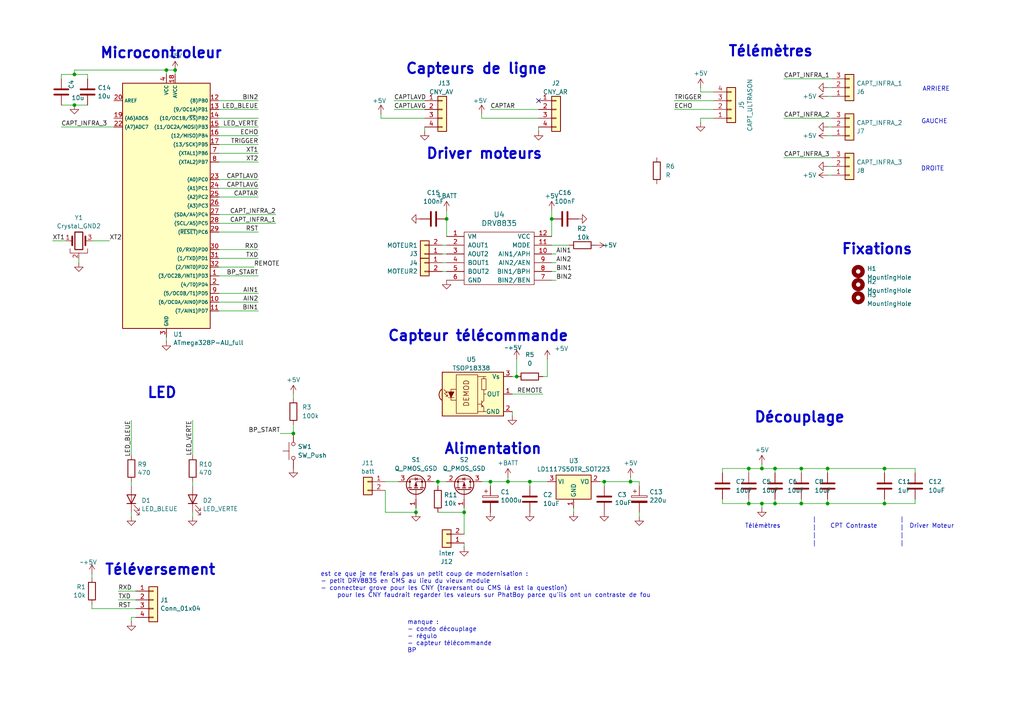
<source format=kicad_sch>
(kicad_sch (version 20250114) (generator "eeschema") (generator_version "9.0")
  (paper "A4")
  (lib_symbols
    (symbol "Connector_Generic:Conn_01x02" (pin_names (offset 1.016) (hide yes))
      (property "Reference" "J" (at 0 2.54 0))
      (property "Value" "Conn_01x02" (at 0 -5.08 0))
      (symbol "Conn_01x02_1_1"
        (rectangle (start -1.27 1.27) (end 1.27 -3.81) (stroke (width 0.254)) (fill (type background)))
        (rectangle (start -1.27 0.127) (end 0 -0.127) (stroke (width 0.1524)))
        (rectangle (start -1.27 -2.413) (end 0 -2.667) (stroke (width 0.1524)))
        (pin passive line (at -5.08 0 0) (length 3.81) (name "Pin_1") (number "1"))
        (pin passive line (at -5.08 -2.54 0) (length 3.81) (name "Pin_2") (number "2"))
      )
    )
    (symbol "Connector_Generic:Conn_01x03" (pin_names (offset 1.016) (hide yes))
      (property "Reference" "J" (at 0 5.08 0))
      (property "Value" "Conn_01x03" (at 0 -5.08 0))
      (symbol "Conn_01x03_1_1"
        (rectangle (start -1.27 3.81) (end 1.27 -3.81) (stroke (width 0.254)) (fill (type background)))
        (rectangle (start -1.27 2.667) (end 0 2.413) (stroke (width 0.1524)))
        (rectangle (start -1.27 0.127) (end 0 -0.127) (stroke (width 0.1524)))
        (rectangle (start -1.27 -2.413) (end 0 -2.667) (stroke (width 0.1524)))
        (pin passive line (at -5.08 2.54 0) (length 3.81) (name "Pin_1") (number "1"))
        (pin passive line (at -5.08 0 0) (length 3.81) (name "Pin_2") (number "2"))
        (pin passive line (at -5.08 -2.54 0) (length 3.81) (name "Pin_3") (number "3"))
      )
    )
    (symbol "Connector_Generic:Conn_01x04" (pin_names (offset 1.016) (hide yes))
      (property "Reference" "J" (at 0 5.08 0))
      (property "Value" "Conn_01x04" (at 0 -7.62 0))
      (symbol "Conn_01x04_1_1"
        (rectangle (start -1.27 3.81) (end 1.27 -6.35) (stroke (width 0.254)) (fill (type background)))
        (rectangle (start -1.27 2.667) (end 0 2.413) (stroke (width 0.1524)))
        (rectangle (start -1.27 0.127) (end 0 -0.127) (stroke (width 0.1524)))
        (rectangle (start -1.27 -2.413) (end 0 -2.667) (stroke (width 0.1524)))
        (rectangle (start -1.27 -4.953) (end 0 -5.207) (stroke (width 0.1524)))
        (pin passive line (at -5.08 2.54 0) (length 3.81) (name "Pin_1") (number "1"))
        (pin passive line (at -5.08 0 0) (length 3.81) (name "Pin_2") (number "2"))
        (pin passive line (at -5.08 -2.54 0) (length 3.81) (name "Pin_3") (number "3"))
        (pin passive line (at -5.08 -5.08 0) (length 3.81) (name "Pin_4") (number "4"))
      )
    )
    (symbol "Dam_libkicad:ATmega328P-AU_full"
      (property "Reference" "U" (at -12.7 36.83 0))
      (property "Value" "ATmega328P-AU_full" (at 2.54 -36.83 0))
      (symbol "ATmega328P-AU_full_0_1"
        (rectangle (start -12.7 -35.56) (end 12.7 35.56) (stroke (width 0.254)) (fill (type background)))
      )
      (symbol "ATmega328P-AU_full_1_1"
        (pin passive line (at -15.24 30.48 0) (length 2.54) (name "AREF") (number "20"))
        (pin input line (at -15.24 25.4 0) (length 2.54) (name "(A6)ADC6") (number "19"))
        (pin input line (at -15.24 22.86 0) (length 2.54) (name "(A7)ADC7") (number "22"))
        (pin power_in line (at 0 38.1 270) (length 2.54) (name "VCC") (number "4"))
        (pin passive line (at 0 38.1 270) (length 2.54) (hide yes) (name "VCC") (number "6"))
        (pin passive line (at 0 -38.1 90) (length 2.54) (hide yes) (name "GND") (number "21"))
        (pin power_in line (at 0 -38.1 90) (length 2.54) (name "GND") (number "3"))
        (pin passive line (at 0 -38.1 90) (length 2.54) (hide yes) (name "GND") (number "5"))
        (pin power_in line (at 2.54 38.1 270) (length 2.54) (name "AVCC") (number "18"))
        (pin tri_state line (at 15.24 30.48 180) (length 2.54) (name "(8)PB0") (number "12"))
        (pin tri_state line (at 15.24 27.94 180) (length 2.54) (name "(9/OC1A)PB1") (number "13"))
        (pin tri_state line (at 15.24 25.4 180) (length 2.54) (name "(10/OC1B/~{SS})PB2") (number "14"))
        (pin tri_state line (at 15.24 22.86 180) (length 2.54) (name "(11/OC2A/MOSI)PB3") (number "15"))
        (pin tri_state line (at 15.24 20.32 180) (length 2.54) (name "(12/MISO)PB4") (number "16"))
        (pin tri_state line (at 15.24 17.78 180) (length 2.54) (name "(13/SCK)PB5") (number "17"))
        (pin tri_state line (at 15.24 15.24 180) (length 2.54) (name "(XTAL1)PB6") (number "7"))
        (pin tri_state line (at 15.24 12.7 180) (length 2.54) (name "(XTAL2)PB7") (number "8"))
        (pin tri_state line (at 15.24 7.62 180) (length 2.54) (name "(A0)PC0") (number "23"))
        (pin tri_state line (at 15.24 5.08 180) (length 2.54) (name "(A1)PC1") (number "24"))
        (pin tri_state line (at 15.24 2.54 180) (length 2.54) (name "(A2)PC2") (number "25"))
        (pin tri_state line (at 15.24 0 180) (length 2.54) (name "(A3)PC3") (number "26"))
        (pin tri_state line (at 15.24 -2.54 180) (length 2.54) (name "(SDA/A4)PC4") (number "27"))
        (pin tri_state line (at 15.24 -5.08 180) (length 2.54) (name "(SCL/A5)PC5") (number "28"))
        (pin tri_state line (at 15.24 -7.62 180) (length 2.54) (name "(~{RESET})PC6") (number "29"))
        (pin tri_state line (at 15.24 -12.7 180) (length 2.54) (name "(0/RXD)PD0") (number "30"))
        (pin tri_state line (at 15.24 -15.24 180) (length 2.54) (name "(1/TXD)PD1") (number "31"))
        (pin tri_state line (at 15.24 -17.78 180) (length 2.54) (name "(2/INT0)PD2") (number "32"))
        (pin tri_state line (at 15.24 -20.32 180) (length 2.54) (name "(3/OC2B/INT1)PD3") (number "1"))
        (pin tri_state line (at 15.24 -22.86 180) (length 2.54) (name "(4/T0)PD4") (number "2"))
        (pin tri_state line (at 15.24 -25.4 180) (length 2.54) (name "(5/OC0B/T1)PD5") (number "9"))
        (pin tri_state line (at 15.24 -27.94 180) (length 2.54) (name "(6/OC0A/AIN0)PD6") (number "10"))
        (pin tri_state line (at 15.24 -30.48 180) (length 2.54) (name "(7/AIN1)PD7") (number "11"))
      )
    )
    (symbol "Device:C" (pin_numbers (hide yes)) (pin_names (offset 0.254))
      (property "Reference" "C" (at 0.635 2.54 0))
      (property "Value" "C" (at 0.635 -2.54 0))
      (symbol "C_0_1"
        (polyline (pts (xy -2.032 0.762) (xy 2.032 0.762)) (stroke (width 0.508)))
        (polyline (pts (xy -2.032 -0.762) (xy 2.032 -0.762)) (stroke (width 0.508)))
      )
      (symbol "C_1_1"
        (pin passive line (at 0 3.81 270) (length 2.794) (name "~") (number "1"))
        (pin passive line (at 0 -3.81 90) (length 2.794) (name "~") (number "2"))
      )
    )
    (symbol "Device:C_Polarized" (pin_numbers (hide yes)) (pin_names (offset 0.254))
      (property "Reference" "C" (at 0.635 2.54 0))
      (property "Value" "C_Polarized" (at 0.635 -2.54 0))
      (symbol "C_Polarized_0_1"
        (rectangle (start -2.286 0.508) (end 2.286 1.016))
        (polyline (pts (xy -1.778 2.286) (xy -0.762 2.286)))
        (polyline (pts (xy -1.27 2.794) (xy -1.27 1.778)))
        (rectangle (start 2.286 -0.508) (end -2.286 -1.016) (fill (type outline)))
      )
      (symbol "C_Polarized_1_1"
        (pin passive line (at 0 3.81 270) (length 2.794) (name "~") (number "1"))
        (pin passive line (at 0 -3.81 90) (length 2.794) (name "~") (number "2"))
      )
    )
    (symbol "Device:Crystal_GND2" (pin_names (offset 1.016) (hide yes))
      (property "Reference" "Y" (at 0 5.715 0))
      (property "Value" "Crystal_GND2" (at 0 3.81 0))
      (symbol "Crystal_GND2_0_1"
        (polyline (pts (xy -2.54 0) (xy -1.905 0)))
        (polyline (pts (xy -2.54 -2.286) (xy -2.54 -3.556) (xy 2.54 -3.556) (xy 2.54 -2.286)))
        (polyline (pts (xy -1.905 -1.27) (xy -1.905 1.27)) (stroke (width 0.508)))
        (rectangle (start -1.143 2.54) (end 1.143 -2.54) (stroke (width 0.3048)))
        (polyline (pts (xy 0 -3.81) (xy 0 -3.556)))
        (polyline (pts (xy 1.905 1.27) (xy 1.905 -1.27)) (stroke (width 0.508)))
        (polyline (pts (xy 1.905 0) (xy 2.54 0)))
      )
      (symbol "Crystal_GND2_1_1"
        (pin passive line (at -3.81 0 0) (length 1.27) (name "1") (number "1"))
        (pin passive line (at 0 -5.08 90) (length 1.27) (name "2") (number "2"))
        (pin passive line (at 3.81 0 180) (length 1.27) (name "3") (number "3"))
      )
    )
    (symbol "Device:LED" (pin_numbers (hide yes)) (pin_names (offset 1.016) (hide yes))
      (property "Reference" "D" (at 0 2.54 0))
      (property "Value" "LED" (at 0 -2.54 0))
      (symbol "LED_0_1"
        (polyline (pts (xy -3.048 -0.762) (xy -4.572 -2.286) (xy -3.81 -2.286) (xy -4.572 -2.286) (xy -4.572 -1.524)))
        (polyline (pts (xy -1.778 -0.762) (xy -3.302 -2.286) (xy -2.54 -2.286) (xy -3.302 -2.286) (xy -3.302 -1.524)))
        (polyline (pts (xy -1.27 0) (xy 1.27 0)))
        (polyline (pts (xy -1.27 -1.27) (xy -1.27 1.27)) (stroke (width 0.254)))
        (polyline (pts (xy 1.27 -1.27) (xy 1.27 1.27) (xy -1.27 0) (xy 1.27 -1.27)) (stroke (width 0.254)))
      )
      (symbol "LED_1_1"
        (pin passive line (at -3.81 0 0) (length 2.54) (name "K") (number "1"))
        (pin passive line (at 3.81 0 180) (length 2.54) (name "A") (number "2"))
      )
    )
    (symbol "Device:R" (pin_numbers (hide yes)) (pin_names (offset 0))
      (property "Reference" "R" (at 2.032 0 90))
      (property "Value" "R" (at 0 0 90))
      (symbol "R_0_1"
        (rectangle (start -1.016 -2.54) (end 1.016 2.54) (stroke (width 0.254)))
      )
      (symbol "R_1_1"
        (pin passive line (at 0 3.81 270) (length 1.27) (name "~") (number "1"))
        (pin passive line (at 0 -3.81 90) (length 1.27) (name "~") (number "2"))
      )
    )
    (symbol "GEII_Damien_LIB:DRV8835" (pin_names (offset 1.016))
      (property "Reference" "U" (at 8.89 -8.89 0))
      (property "Value" "DRV8835" (at -5.08 -8.89 0))
      (symbol "DRV8835_0_1"
        (rectangle (start -10.16 7.62) (end 10.16 -7.62))
      )
      (symbol "DRV8835_1_1"
        (pin passive line (at -15.24 6.35 0) (length 5.08) (name "VM") (number "1"))
        (pin passive line (at -15.24 3.81 0) (length 5.08) (name "AOUT1") (number "2"))
        (pin passive line (at -15.24 1.27 0) (length 5.08) (name "AOUT2") (number "3"))
        (pin passive line (at -15.24 -1.27 0) (length 5.08) (name "BOUT1") (number "4"))
        (pin passive line (at -15.24 -3.81 0) (length 5.08) (name "BOUT2") (number "5"))
        (pin passive line (at -15.24 -6.35 0) (length 5.08) (name "GND") (number "6"))
        (pin power_in line (at 15.24 6.35 180) (length 5.08) (name "VCC") (number "12"))
        (pin input line (at 15.24 3.81 180) (length 5.08) (name "MODE") (number "11"))
        (pin input line (at 15.24 1.27 180) (length 5.08) (name "AIN1/APH") (number "10"))
        (pin input line (at 15.24 -1.27 180) (length 5.08) (name "AIN2/AEN") (number "9"))
        (pin input line (at 15.24 -3.81 180) (length 5.08) (name "BIN1/BPH") (number "8"))
        (pin input line (at 15.24 -6.35 180) (length 5.08) (name "BIN2/BEN") (number "7"))
      )
    )
    (symbol "Interface_Optical:TSOP34S40F" (pin_names (offset 1.016))
      (property "Reference" "U" (at -10.16 7.62 0))
      (property "Value" "TSOP34S40F" (at -10.16 -7.62 0))
      (symbol "TSOP34S40F_0_0"
        (arc (start -10.287 -1.778) (mid -11.0899 -0.1905) (end -10.287 1.397) (stroke (width 0.254)) (fill (type background)))
        (polyline (pts (xy 1.905 5.08) (xy 0.127 5.08)))
        (polyline (pts (xy 1.905 -5.08) (xy 0.127 -5.08)))
        (text "DEMOD" (at -3.175 0.254 900) (effects (font (size 1.524 1.524))))
      )
      (symbol "TSOP34S40F_0_1"
        (polyline (pts (xy -8.763 0.381) (xy -9.652 1.27)))
        (polyline (pts (xy -8.763 0.381) (xy -9.271 0.381)))
        (polyline (pts (xy -8.763 0.381) (xy -8.763 0.889)))
        (polyline (pts (xy -8.636 -0.635) (xy -9.525 0.254)))
        (polyline (pts (xy -8.636 -0.635) (xy -9.144 -0.635)))
        (polyline (pts (xy -8.636 -0.635) (xy -8.636 -0.127)))
        (polyline (pts (xy -8.382 0.635) (xy -6.731 0.635) (xy -7.62 -1.016) (xy -8.382 0.635)) (fill (type outline)))
        (polyline (pts (xy -8.382 -1.016) (xy -6.731 -1.016)))
        (rectangle (start -6.096 5.588) (end 0.127 -5.588))
        (polyline (pts (xy -6.096 1.397) (xy -7.62 1.397) (xy -7.62 -1.778) (xy -6.096 -1.778)))
        (polyline (pts (xy 1.27 -1.905) (xy 1.27 -3.81)))
        (polyline (pts (xy 1.27 -2.54) (xy 1.905 -1.905) (xy 1.905 0) (xy 2.54 0)))
        (polyline (pts (xy 1.27 -2.921) (xy 0.127 -2.921)))
        (polyline (pts (xy 1.27 -3.175) (xy 1.905 -3.81) (xy 1.905 -5.08) (xy 2.54 -5.08)))
        (polyline (pts (xy 1.397 -3.556) (xy 1.524 -3.556)))
        (polyline (pts (xy 1.651 -3.556) (xy 1.524 -3.556)))
        (polyline (pts (xy 1.651 -3.556) (xy 1.651 -3.302)))
        (polyline (pts (xy 1.905 4.445) (xy 1.905 5.08) (xy 2.54 5.08)))
        (polyline (pts (xy 1.905 0) (xy 1.905 1.27)))
        (rectangle (start 2.54 1.27) (end 1.27 4.445))
        (rectangle (start 7.62 6.35) (end -10.16 -6.35) (stroke (width 0.254)) (fill (type background)))
      )
      (symbol "TSOP34S40F_1_1"
        (pin power_in line (at 10.16 5.08 180) (length 2.54) (name "Vs") (number "3"))
        (pin output line (at 10.16 0 180) (length 2.54) (name "OUT") (number "1"))
        (pin power_in line (at 10.16 -5.08 180) (length 2.54) (name "GND") (number "2"))
      )
    )
    (symbol "Mechanical:MountingHole" (pin_names (offset 1.016))
      (property "Reference" "H" (at 0 5.08 0))
      (property "Value" "MountingHole" (at 0 3.175 0))
      (symbol "MountingHole_0_1"
        (circle (center 0 0) (radius 1.27) (stroke (width 1.27)))
      )
    )
    (symbol "Regulator_Linear:LD1117S50TR_SOT223"
      (property "Reference" "U" (at -3.81 3.175 0))
      (property "Value" "LD1117S50TR_SOT223" (at 0 3.175 0))
      (symbol "LD1117S50TR_SOT223_0_1"
        (rectangle (start -5.08 -5.08) (end 5.08 1.905) (stroke (width 0.254)) (fill (type background)))
      )
      (symbol "LD1117S50TR_SOT223_1_1"
        (pin power_in line (at -7.62 0 0) (length 2.54) (name "VI") (number "3"))
        (pin power_in line (at 0 -7.62 90) (length 2.54) (name "GND") (number "1"))
        (pin power_out line (at 7.62 0 180) (length 2.54) (name "VO") (number "2"))
      )
    )
    (symbol "Switch:SW_Push" (pin_numbers (hide yes)) (pin_names (offset 1.016) (hide yes))
      (property "Reference" "SW" (at 1.27 2.54 0))
      (property "Value" "SW_Push" (at 0 -1.524 0))
      (symbol "SW_Push_0_1"
        (circle (center -2.032 0) (radius 0.508))
        (polyline (pts (xy 0 1.27) (xy 0 3.048)))
        (circle (center 2.032 0) (radius 0.508))
        (polyline (pts (xy 2.54 1.27) (xy -2.54 1.27)))
        (pin passive line (at -5.08 0 0) (length 2.54) (name "1") (number "1"))
        (pin passive line (at 5.08 0 180) (length 2.54) (name "2") (number "2"))
      )
    )
    (symbol "Transistor_FET:Q_PMOS_GSD" (pin_names (offset 0) (hide yes))
      (property "Reference" "Q" (at 5.08 1.905 0))
      (property "Value" "Q_PMOS_GSD" (at 5.08 0 0))
      (symbol "Q_PMOS_GSD_0_1"
        (polyline (pts (xy 0.254 1.905) (xy 0.254 -1.905)) (stroke (width 0.254)))
        (polyline (pts (xy 0.254 0) (xy -2.54 0)))
        (polyline (pts (xy 0.762 2.286) (xy 0.762 1.27)) (stroke (width 0.254)))
        (polyline (pts (xy 0.762 1.778) (xy 3.302 1.778) (xy 3.302 -1.778) (xy 0.762 -1.778)))
        (polyline (pts (xy 0.762 0.508) (xy 0.762 -0.508)) (stroke (width 0.254)))
        (polyline (pts (xy 0.762 -1.27) (xy 0.762 -2.286)) (stroke (width 0.254)))
        (circle (center 1.651 0) (radius 2.794) (stroke (width 0.254)))
        (polyline (pts (xy 2.286 0) (xy 1.27 0.381) (xy 1.27 -0.381) (xy 2.286 0)) (fill (type outline)))
        (polyline (pts (xy 2.54 2.54) (xy 2.54 1.778)))
        (circle (center 2.54 1.778) (radius 0.254) (fill (type outline)))
        (circle (center 2.54 -1.778) (radius 0.254) (fill (type outline)))
        (polyline (pts (xy 2.54 -2.54) (xy 2.54 0) (xy 0.762 0)))
        (polyline (pts (xy 2.921 -0.381) (xy 3.683 -0.381)))
        (polyline (pts (xy 3.302 -0.381) (xy 2.921 0.254) (xy 3.683 0.254) (xy 3.302 -0.381)))
      )
      (symbol "Q_PMOS_GSD_1_1"
        (pin input line (at -5.08 0 0) (length 2.54) (name "G") (number "1"))
        (pin passive line (at 2.54 5.08 270) (length 2.54) (name "D") (number "3"))
        (pin passive line (at 2.54 -5.08 90) (length 2.54) (name "S") (number "2"))
      )
    )
    (symbol "power:+5V" (power) (pin_numbers (hide yes)) (pin_names (offset 0) (hide yes))
      (property "Value" "+5V" (at 0 3.556 0))
      (symbol "+5V_0_1"
        (polyline (pts (xy -0.762 1.27) (xy 0 2.54)))
        (polyline (pts (xy 0 2.54) (xy 0.762 1.27)))
        (polyline (pts (xy 0 0) (xy 0 2.54)))
      )
      (symbol "+5V_1_1"
        (pin power_in line (at 0 0 90) (length 0) (name "~") (number "1"))
      )
    )
    (symbol "power:+BATT" (power) (pin_numbers (hide yes)) (pin_names (offset 0) (hide yes))
      (property "Value" "+BATT" (at 0 3.556 0))
      (symbol "+BATT_0_1"
        (polyline (pts (xy -0.762 1.27) (xy 0 2.54)))
        (polyline (pts (xy 0 2.54) (xy 0.762 1.27)))
        (polyline (pts (xy 0 0) (xy 0 2.54)))
      )
      (symbol "+BATT_1_1"
        (pin power_in line (at 0 0 90) (length 0) (name "~") (number "1"))
      )
    )
    (symbol "power:GND" (power) (pin_numbers (hide yes)) (pin_names (offset 0) (hide yes))
      (property "Value" "GND" (at 0 -3.81 0))
      (symbol "GND_0_1"
        (polyline (pts (xy 0 0) (xy 0 -1.27) (xy 1.27 -1.27) (xy 0 -2.54) (xy -1.27 -1.27) (xy 0 -1.27)))
      )
      (symbol "GND_1_1"
        (pin power_in line (at 0 0 270) (length 0) (name "~") (number "1"))
      )
    )
  )
  (text "Microcontroleur" (at 46.736 15.494 0) (effects (font (size 3 3) (thickness 0.6) (bold yes))))
  (text "Driver Moteur\n" (at 270.256 152.654 0) (effects (font (size 1.27 1.27))))
  (text "Télémètres" (at 221.234 152.654 0) (effects (font (size 1.27 1.27))))
  (text "CPT Contraste" (at 247.65 152.654 0) (effects (font (size 1.27 1.27))))
  (text "GAUCHE\n" (at 271.018 35.306 0) (effects (font (size 1.27 1.27))))
  (text "est ce que je ne ferais pas un petit coup de modernisation :\n- petit DRV8835 en CMS au lieu du vieux module\n- connecteur grove pour les CNY (traversant ou CMS là est la question)\n	pour les CNY faudrait regarder les valeurs sur PhatBoy parce qu'ils ont un contraste de fou" (at 92.964 169.672 0) (effects (font (size 1.27 1.27)) (justify left)))
  (text "LED\n" (at 46.99 114.046 0) (effects (font (size 3 3) (thickness 0.6) (bold yes))))
  (text "manque :\n- condo découplage\n- régulo\n- capteur télécommande\nBP\n" (at 118.11 184.658 0) (effects (font (size 1.27 1.27)) (justify left)))
  (text "Téléversement" (at 46.482 165.354 0) (effects (font (size 3 3) (thickness 0.6) (bold yes))))
  (text "Fixations" (at 254.381 72.39 0) (effects (font (size 3 3) (thickness 0.6) (bold yes))))
  (text "Alimentation" (at 143.002 130.302 0) (effects (font (size 3 3) (thickness 0.6) (bold yes))))
  (text "Télémètres" (at 223.52 14.986 0) (effects (font (size 3 3) (thickness 0.6) (bold yes))))
  (text "ARRIERE\n" (at 271.526 25.908 0) (effects (font (size 1.27 1.27))))
  (text "Capteur télécommande" (at 138.684 97.536 0) (effects (font (size 3 3) (thickness 0.6) (bold yes))))
  (text "DROITE" (at 270.51 49.022 0) (effects (font (size 1.27 1.27))))
  (text "Découplage" (at 231.902 121.158 0) (effects (font (size 3 3) (thickness 0.6) (bold yes))))
  (text "Capteurs de ligne" (at 138.176 20.066 0) (effects (font (size 3 3) (thickness 0.6) (bold yes))))
  (text "Driver moteurs" (at 140.462 44.704 0) (effects (font (size 3 3) (thickness 0.6) (bold yes))))
  (junction (at 127 139.7))
  (junction (at 220.98 146.05))
  (junction (at 120.65 148.59))
  (junction (at 256.54 146.05))
  (junction (at 142.24 139.7))
  (junction (at 129.54 63.5))
  (junction (at 134.62 148.59))
  (junction (at 232.41 135.89))
  (junction (at 232.41 146.05))
  (junction (at 50.8 20.32))
  (junction (at 240.03 146.05))
  (junction (at 240.03 135.89))
  (junction (at 182.88 139.7))
  (junction (at 220.98 135.89))
  (junction (at 85.09 125.73))
  (junction (at 217.17 135.89))
  (junction (at 217.17 146.05))
  (junction (at 160.02 63.5))
  (junction (at 224.79 135.89))
  (junction (at 175.26 139.7))
  (junction (at 21.59 21.59))
  (junction (at 256.54 135.89))
  (junction (at 224.79 146.05))
  (junction (at 147.32 139.7))
  (junction (at 153.67 139.7))
  (junction (at 21.59 30.48))
  (junction (at 149.86 109.22))
  (junction (at 48.26 20.32))
  (no_connect (at 156.21 29.21))
  (wire (pts (xy 123.19 36.83) (xy 123.19 38.1)))
  (wire (pts (xy 220.98 134.62) (xy 220.98 135.89)))
  (wire (pts (xy 26.67 176.53) (xy 39.37 176.53)))
  (wire (pts (xy 38.1 179.07) (xy 38.1 180.34)))
  (wire (pts (xy 232.41 135.89) (xy 224.79 135.89)))
  (wire (pts (xy 160.02 63.5) (xy 160.02 60.96)))
  (wire (pts (xy 149.86 104.14) (xy 149.86 109.22)))
  (wire (pts (xy 129.54 60.96) (xy 129.54 63.5)))
  (wire (pts (xy 63.5 44.45) (xy 74.93 44.45)))
  (wire (pts (xy 224.79 135.89) (xy 224.79 137.16)))
  (wire (pts (xy 217.17 146.05) (xy 220.98 146.05)))
  (wire (pts (xy 240.03 39.37) (xy 241.3 39.37)))
  (wire (pts (xy 63.5 87.63) (xy 74.93 87.63)))
  (wire (pts (xy 63.5 36.83) (xy 74.93 36.83)))
  (wire (pts (xy 38.1 148.59) (xy 38.1 149.86)))
  (wire (pts (xy 185.42 139.7) (xy 182.88 139.7)))
  (wire (pts (xy 207.01 34.29) (xy 203.2 34.29)))
  (wire (pts (xy 21.59 20.32) (xy 48.26 20.32)))
  (wire (pts (xy 158.75 104.14) (xy 158.75 109.22)))
  (wire (pts (xy 195.58 29.21) (xy 207.01 29.21)))
  (wire (pts (xy 63.5 64.77) (xy 80.01 64.77)))
  (wire (pts (xy 203.2 34.29) (xy 203.2 35.56)))
  (wire (pts (xy 153.67 139.7) (xy 153.67 140.97)))
  (wire (pts (xy 63.5 54.61) (xy 74.93 54.61)))
  (wire (pts (xy 123.19 34.29) (xy 110.49 34.29)))
  (wire (pts (xy 63.5 72.39) (xy 74.93 72.39)))
  (wire (pts (xy 63.5 31.75) (xy 74.93 31.75)))
  (wire (pts (xy 134.62 148.59) (xy 134.62 147.32)))
  (wire (pts (xy 209.55 146.05) (xy 217.17 146.05)))
  (wire (pts (xy 182.88 138.43) (xy 182.88 139.7)))
  (wire (pts (xy 128.27 71.12) (xy 129.54 71.12)))
  (wire (pts (xy 185.42 149.86) (xy 185.42 148.59)))
  (wire (pts (xy 125.73 139.7) (xy 127 139.7)))
  (wire (pts (xy 134.62 158.75) (xy 134.62 157.48)))
  (wire (pts (xy 147.32 139.7) (xy 153.67 139.7)))
  (wire (pts (xy 160.02 78.74) (xy 161.29 78.74)))
  (wire (pts (xy 153.67 139.7) (xy 158.75 139.7)))
  (wire (pts (xy 160.02 73.66) (xy 161.29 73.66)))
  (wire (pts (xy 256.54 135.89) (xy 256.54 137.16)))
  (wire (pts (xy 160.02 71.12) (xy 165.1 71.12)))
  (wire (pts (xy 240.03 50.8) (xy 241.3 50.8)))
  (wire (pts (xy 256.54 135.89) (xy 265.43 135.89)))
  (wire (pts (xy 232.41 146.05) (xy 240.03 146.05)))
  (wire (pts (xy 55.88 148.59) (xy 55.88 149.86)))
  (wire (pts (xy 15.24 69.85) (xy 19.05 69.85)))
  (wire (pts (xy 224.79 146.05) (xy 232.41 146.05)))
  (wire (pts (xy 265.43 135.89) (xy 265.43 137.16)))
  (wire (pts (xy 17.78 21.59) (xy 17.78 22.86)))
  (wire (pts (xy 50.8 20.32) (xy 48.26 20.32)))
  (wire (pts (xy 148.59 114.3) (xy 157.48 114.3)))
  (wire (pts (xy 63.5 77.47) (xy 73.66 77.47)))
  (wire (pts (xy 74.93 34.29) (xy 63.5 34.29)))
  (wire (pts (xy 220.98 146.05) (xy 224.79 146.05)))
  (wire (pts (xy 217.17 135.89) (xy 209.55 135.89)))
  (wire (pts (xy 232.41 137.16) (xy 232.41 135.89)))
  (wire (pts (xy 128.27 78.74) (xy 129.54 78.74)))
  (wire (pts (xy 63.5 52.07) (xy 74.93 52.07)))
  (wire (pts (xy 17.78 36.83) (xy 33.02 36.83)))
  (wire (pts (xy 55.88 139.7) (xy 55.88 140.97)))
  (wire (pts (xy 256.54 146.05) (xy 265.43 146.05)))
  (wire (pts (xy 139.7 139.7) (xy 142.24 139.7)))
  (wire (pts (xy 63.5 67.31) (xy 74.93 67.31)))
  (wire (pts (xy 158.75 109.22) (xy 157.48 109.22)))
  (wire (pts (xy 173.99 139.7) (xy 175.26 139.7)))
  (wire (pts (xy 224.79 144.78) (xy 224.79 146.05)))
  (wire (pts (xy 63.5 46.99) (xy 74.93 46.99)))
  (wire (pts (xy 217.17 135.89) (xy 217.17 137.16)))
  (wire (pts (xy 240.03 25.4) (xy 241.3 25.4)))
  (wire (pts (xy 63.5 62.23) (xy 80.01 62.23)))
  (wire (pts (xy 240.03 48.26) (xy 241.3 48.26)))
  (wire (pts (xy 39.37 179.07) (xy 38.1 179.07)))
  (wire (pts (xy 128.27 76.2) (xy 129.54 76.2)))
  (wire (pts (xy 240.03 27.94) (xy 241.3 27.94)))
  (polyline (pts (xy 261.62 149.86) (xy 261.62 158.75)) (stroke (width 0) (type dash)))
  (wire (pts (xy 55.88 121.92) (xy 55.88 132.08)))
  (wire (pts (xy 128.27 73.66) (xy 129.54 73.66)))
  (wire (pts (xy 21.59 30.48) (xy 25.4 30.48)))
  (wire (pts (xy 209.55 135.89) (xy 209.55 137.16)))
  (wire (pts (xy 127 139.7) (xy 129.54 139.7)))
  (polyline (pts (xy 236.22 149.86) (xy 236.22 158.75)) (stroke (width 0) (type dash)))
  (wire (pts (xy 217.17 144.78) (xy 217.17 146.05)))
  (wire (pts (xy 240.03 135.89) (xy 256.54 135.89)))
  (wire (pts (xy 26.67 176.53) (xy 26.67 175.26)))
  (wire (pts (xy 156.21 34.29) (xy 139.7 34.29)))
  (wire (pts (xy 17.78 30.48) (xy 21.59 30.48)))
  (wire (pts (xy 34.29 173.99) (xy 39.37 173.99)))
  (wire (pts (xy 142.24 139.7) (xy 142.24 140.97)))
  (wire (pts (xy 142.24 31.75) (xy 156.21 31.75)))
  (wire (pts (xy 129.54 63.5) (xy 129.54 68.58)))
  (wire (pts (xy 63.5 41.91) (xy 74.93 41.91)))
  (wire (pts (xy 63.5 90.17) (xy 74.93 90.17)))
  (wire (pts (xy 63.5 57.15) (xy 74.93 57.15)))
  (wire (pts (xy 147.32 138.43) (xy 147.32 139.7)))
  (wire (pts (xy 25.4 21.59) (xy 25.4 22.86)))
  (wire (pts (xy 195.58 31.75) (xy 207.01 31.75)))
  (wire (pts (xy 166.37 147.32) (xy 166.37 148.59)))
  (wire (pts (xy 17.78 21.59) (xy 21.59 21.59)))
  (wire (pts (xy 85.09 123.19) (xy 85.09 125.73)))
  (wire (pts (xy 22.86 74.93) (xy 22.86 76.2)))
  (wire (pts (xy 240.03 144.78) (xy 240.03 146.05)))
  (wire (pts (xy 127 139.7) (xy 127 140.97)))
  (wire (pts (xy 114.3 31.75) (xy 123.19 31.75)))
  (wire (pts (xy 232.41 135.89) (xy 240.03 135.89)))
  (wire (pts (xy 160.02 68.58) (xy 160.02 63.5)))
  (wire (pts (xy 38.1 139.7) (xy 38.1 140.97)))
  (wire (pts (xy 50.8 20.32) (xy 50.8 21.59)))
  (wire (pts (xy 240.03 146.05) (xy 256.54 146.05)))
  (wire (pts (xy 21.59 20.32) (xy 21.59 21.59)))
  (wire (pts (xy 120.65 148.59) (xy 120.65 147.32)))
  (wire (pts (xy 149.86 109.22) (xy 148.59 109.22)))
  (wire (pts (xy 139.7 34.29) (xy 139.7 33.02)))
  (wire (pts (xy 26.67 166.37) (xy 26.67 167.64)))
  (wire (pts (xy 175.26 139.7) (xy 182.88 139.7)))
  (wire (pts (xy 160.02 76.2) (xy 161.29 76.2)))
  (wire (pts (xy 224.79 135.89) (xy 220.98 135.89)))
  (wire (pts (xy 207.01 26.67) (xy 203.2 26.67)))
  (wire (pts (xy 63.5 74.93) (xy 74.93 74.93)))
  (wire (pts (xy 63.5 29.21) (xy 74.93 29.21)))
  (wire (pts (xy 240.03 135.89) (xy 240.03 137.16)))
  (wire (pts (xy 227.33 34.29) (xy 241.3 34.29)))
  (wire (pts (xy 220.98 146.05) (xy 220.98 147.32)))
  (wire (pts (xy 48.26 20.32) (xy 48.26 21.59)))
  (wire (pts (xy 81.28 125.73) (xy 85.09 125.73)))
  (wire (pts (xy 38.1 121.92) (xy 38.1 132.08)))
  (wire (pts (xy 240.03 36.83) (xy 241.3 36.83)))
  (wire (pts (xy 21.59 21.59) (xy 25.4 21.59)))
  (wire (pts (xy 203.2 26.67) (xy 203.2 25.4)))
  (wire (pts (xy 220.98 135.89) (xy 217.17 135.89)))
  (wire (pts (xy 34.29 171.45) (xy 39.37 171.45)))
  (wire (pts (xy 256.54 144.78) (xy 256.54 146.05)))
  (wire (pts (xy 265.43 146.05) (xy 265.43 144.78)))
  (wire (pts (xy 156.21 36.83) (xy 156.21 38.1)))
  (wire (pts (xy 26.67 69.85) (xy 31.75 69.85)))
  (wire (pts (xy 63.5 85.09) (xy 74.93 85.09)))
  (wire (pts (xy 111.76 148.59) (xy 120.65 148.59)))
  (wire (pts (xy 148.59 119.38) (xy 148.59 120.65)))
  (wire (pts (xy 160.02 81.28) (xy 161.29 81.28)))
  (wire (pts (xy 227.33 45.72) (xy 241.3 45.72)))
  (wire (pts (xy 185.42 139.7) (xy 185.42 140.97)))
  (wire (pts (xy 175.26 139.7) (xy 175.26 140.97)))
  (wire (pts (xy 134.62 148.59) (xy 134.62 154.94)))
  (wire (pts (xy 209.55 146.05) (xy 209.55 144.78)))
  (wire (pts (xy 232.41 144.78) (xy 232.41 146.05)))
  (wire (pts (xy 63.5 39.37) (xy 74.93 39.37)))
  (wire (pts (xy 227.33 22.86) (xy 241.3 22.86)))
  (wire (pts (xy 111.76 142.24) (xy 111.76 148.59)))
  (wire (pts (xy 127 148.59) (xy 134.62 148.59)))
  (wire (pts (xy 110.49 33.02) (xy 110.49 34.29)))
  (wire (pts (xy 111.76 139.7) (xy 115.57 139.7)))
  (wire (pts (xy 48.26 97.79) (xy 48.26 99.06)))
  (wire (pts (xy 142.24 139.7) (xy 147.32 139.7)))
  (wire (pts (xy 85.09 114.3) (xy 85.09 115.57)))
  (wire (pts (xy 63.5 80.01) (xy 74.93 80.01)))
  (wire (pts (xy 114.3 29.21) (xy 123.19 29.21)))
  (label "BIN1" (at 74.93 90.17 180))
  (label "REMOTE" (at 157.48 114.3 180))
  (label "BP_START" (at 74.93 80.01 180))
  (label "LED_VERTE" (at 55.88 121.92 270))
  (label "AIN1" (at 74.93 85.09 180))
  (label "AIN2" (at 161.29 76.2 0))
  (label "CAPT_INFRA_2" (at 227.33 34.29 0))
  (label "CAPTAR" (at 142.24 31.75 0))
  (label "BIN1" (at 161.29 78.74 0))
  (label "BP_START" (at 81.28 125.73 180))
  (label "LED_BLEUE" (at 74.93 31.75 180))
  (label "XT1" (at 15.24 69.85 0))
  (label "CAPT_INFRA_3" (at 17.78 36.83 0))
  (label "TXD" (at 34.29 173.99 0))
  (label "RXD" (at 34.29 171.45 0))
  (label "CAPTAR" (at 74.93 57.15 180))
  (label "REMOTE" (at 73.66 77.47 0))
  (label "CAPT_INFRA_1" (at 227.33 22.86 0))
  (label "CAPTLAVD" (at 114.3 29.21 0))
  (label "RST" (at 34.29 176.53 0))
  (label "CAPT_INFRA_3" (at 227.33 45.72 0))
  (label "XT2" (at 31.75 69.85 0))
  (label "BIN2" (at 161.29 81.28 0))
  (label "AIN2" (at 74.93 87.63 180))
  (label "BIN2" (at 74.93 29.21 180))
  (label "TRIGGER" (at 195.58 29.21 0))
  (label "TRIGGER" (at 74.93 41.91 180))
  (label "ECHO" (at 195.58 31.75 0))
  (label "ECHO" (at 74.93 39.37 180))
  (label "XT2" (at 74.93 46.99 180))
  (label "CAPTLAVG" (at 74.93 54.61 180))
  (label "CAPTLAVD" (at 74.93 52.07 180))
  (label "LED_VERTE" (at 74.93 36.83 180))
  (label "TXD" (at 74.93 74.93 180))
  (label "XT1" (at 74.93 44.45 180))
  (label "RXD" (at 74.93 72.39 180))
  (label "CAPT_INFRA_1" (at 80.01 64.77 180))
  (label "RST" (at 74.93 67.31 180))
  (label "AIN1" (at 161.29 73.66 0))
  (label "CAPTLAVG" (at 114.3 31.75 0))
  (label "LED_BLEUE" (at 38.1 121.92 270))
  (label "CAPT_INFRA_2" (at 80.01 62.23 180))
  (symbol (lib_id "power:GND") (at 167.64 63.5 90) (unit 1)
    (property "Reference" "#PWR011" (effects (hide yes)))
    (property "Value" "GND" (effects (hide yes)))
    (property "Description" "Power symbol creates a global label with name \"GND\" , ground" (effects (hide yes)))
  )
  (symbol (lib_id "power:+5V") (at 240.03 39.37 90) (unit 1)
    (property "Reference" "#PWR017" (effects (hide yes)))
    (property "Value" "+5V" (at 236.8551 39.37 90) (effects (justify left)))
    (property "Description" "Power symbol creates a global label with name \"+5V\"" (effects (hide yes)))
  )
  (symbol (lib_id "Device:C") (at 25.4 26.67 0) (unit 1)
    (property "Reference" "C14" (at 28.321 25.4579 0) (effects (justify left)))
    (property "Value" "10u" (at 28.321 27.8821 0) (effects (justify left)))
    (property "Footprint" "Capacitor_SMD:C_1206_3216Metric" (effects (hide yes)))
  )
  (symbol (lib_id "Device:R") (at 127 144.78 0) (unit 1)
    (property "Reference" "R11" (at 128.778 143.5678 0) (effects (justify left)))
    (property "Value" "10k" (at 128.778 145.9921 0) (effects (justify left)))
    (property "Footprint" "Resistor_SMD:R_0603_1608Metric" (effects (hide yes)))
    (property "Description" "Resistor" (effects (hide yes)))
  )
  (symbol (lib_id "Device:C") (at 240.03 140.97 0) (unit 1)
    (property "Reference" "C9" (effects (hide yes)))
    (property "Value" "1uF" (effects (hide yes)))
    (property "Footprint" "Capacitor_SMD:C_1206_3216Metric" (effects (hide yes)))
    (property "Description" "Unpolarized capacitor" (effects (hide yes)))
  )
  (symbol (lib_id "power:GND") (at 38.1 180.34 0) (unit 1)
    (property "Reference" "#PWR022" (effects (hide yes)))
    (property "Value" "GND" (effects (hide yes)))
    (property "Description" "Power symbol creates a global label with name \"GND\" , ground" (effects (hide yes)))
  )
  (symbol (lib_id "Device:R") (at 26.67 171.45 0) (mirror y) (unit 1)
    (property "Reference" "R1" (at 24.892 170.2378 0) (effects (justify left)))
    (property "Value" "10k" (at 24.892 172.6621 0) (effects (justify left)))
    (property "Footprint" "Resistor_SMD:R_0603_1608Metric" (effects (hide yes)))
    (property "Description" "Resistor" (effects (hide yes)))
  )
  (symbol (lib_id "power:GND") (at 175.26 148.59 0) (unit 1)
    (property "Reference" "#PWR030" (effects (hide yes)))
    (property "Value" "GND" (effects (hide yes)))
    (property "Description" "Power symbol creates a global label with name \"GND\" , ground" (effects (hide yes)))
  )
  (symbol (lib_id "power:+5V") (at 26.67 166.37 0) (unit 1)
    (property "Reference" "#PWR023" (effects (hide yes)))
    (property "Value" "~+5V" (at 25.654 163.068 0))
  )
  (symbol (lib_id "Device:C") (at 265.43 140.97 0) (unit 1)
    (property "Reference" "C12" (at 269.24 139.6999 0) (effects (justify left)))
    (property "Value" "10uF" (at 269.24 142.2399 0) (effects (justify left)))
    (property "Footprint" "Capacitor_SMD:C_1206_3216Metric" (effects (hide yes)))
    (property "Description" "Unpolarized capacitor" (effects (hide yes)))
  )
  (symbol (lib_id "power:GND") (at 55.88 149.86 0) (unit 1)
    (property "Reference" "#PWR025" (effects (hide yes)))
    (property "Value" "GND" (effects (hide yes)))
    (property "Description" "Power symbol creates a global label with name \"GND\" , ground" (effects (hide yes)))
  )
  (symbol (lib_id "power:+5V") (at 50.8 20.32 0) (unit 1)
    (property "Reference" "#PWR04" (effects (hide yes)))
    (property "Value" "+5V" (at 50.8 16.1869 0))
    (property "Description" "Power symbol creates a global label with name \"+5V\"" (effects (hide yes)))
  )
  (symbol (lib_id "power:GND") (at 121.92 63.5 270) (unit 1)
    (property "Reference" "#PWR010" (effects (hide yes)))
    (property "Value" "GND" (effects (hide yes)))
    (property "Description" "Power symbol creates a global label with name \"GND\" , ground" (effects (hide yes)))
  )
  (symbol (lib_id "power:+BATT") (at 147.32 138.43 0) (unit 1)
    (property "Reference" "#PWR033" (effects (hide yes)))
    (property "Value" "+BATT" (at 147.32 134.2969 0))
    (property "Description" "Power symbol creates a global label with name \"+BATT\"" (effects (hide yes)))
  )
  (symbol (lib_id "power:GND") (at 129.54 81.28 0) (unit 1)
    (property "Reference" "#PWR08" (effects (hide yes)))
    (property "Value" "GND" (effects (hide yes)))
    (property "Description" "Power symbol creates a global label with name \"GND\" , ground" (effects (hide yes)))
  )
  (symbol (lib_id "power:GND") (at 153.67 148.59 0) (unit 1)
    (property "Reference" "#PWR029" (effects (hide yes)))
    (property "Value" "GND" (effects (hide yes)))
    (property "Description" "Power symbol creates a global label with name \"GND\" , ground" (effects (hide yes)))
  )
  (symbol (lib_id "power:GND") (at 134.62 158.75 0) (unit 1)
    (property "Reference" "#PWR034" (effects (hide yes)))
    (property "Value" "GND" (effects (hide yes)))
    (property "Description" "Power symbol creates a global label with name \"GND\" , ground" (effects (hide yes)))
  )
  (symbol (lib_id "Device:C") (at 217.17 140.97 0) (unit 1)
    (property "Reference" "C5" (at 220.98 139.6999 0) (effects (justify left)))
    (property "Value" "10uF" (at 220.98 142.2399 0) (effects (justify left)))
    (property "Footprint" "Capacitor_SMD:C_1206_3216Metric" (effects (hide yes)))
    (property "Description" "Unpolarized capacitor" (effects (hide yes)))
  )
  (symbol (lib_id "Device:R") (at 38.1 135.89 0) (unit 1)
    (property "Reference" "R9" (at 39.878 134.6778 0) (effects (justify left)))
    (property "Value" "470" (at 39.878 137.1021 0) (effects (justify left)))
    (property "Footprint" "Resistor_SMD:R_0603_1608Metric" (effects (hide yes)))
    (property "Description" "Resistor" (effects (hide yes)))
  )
  (symbol (lib_id "Transistor_FET:Q_PMOS_GSD") (at 134.62 142.24 270) (mirror x) (unit 1)
    (property "Reference" "S2" (at 134.62 133.35 90))
    (property "Value" "Q_PMOS_GSD" (at 134.62 135.89 90))
    (property "Footprint" "Package_TO_SOT_SMD:TSOT-23" (effects (hide yes)))
    (property "Datasheet" "SI2363DS" (effects (hide yes)))
    (property "Description" "P-MOSFET transistor, gate/source/drain" (effects (hide yes)))
  )
  (symbol (lib_id "Device:C") (at 163.83 63.5 90) (unit 1)
    (property "Reference" "C16" (at 163.83 55.88 90))
    (property "Value" "100nF" (at 163.83 58.42 90))
    (property "Footprint" "Capacitor_SMD:C_0603_1608Metric" (effects (hide yes)))
    (property "Description" "Unpolarized capacitor" (effects (hide yes)))
  )
  (symbol (lib_id "Device:C") (at 175.26 144.78 0) (unit 1)
    (property "Reference" "C3" (at 179.07 143.5099 0) (effects (justify left)))
    (property "Value" "10uF" (at 178.308 145.796 0) (effects (justify left)))
    (property "Footprint" "Capacitor_SMD:C_1206_3216Metric" (effects (hide yes)))
    (property "Description" "Unpolarized capacitor" (effects (hide yes)))
  )
  (symbol (lib_id "power:GND") (at 156.21 38.1 0) (unit 1)
    (property "Reference" "#PWR0129" (effects (hide yes)))
    (property "Value" "GND" (effects (hide yes)))
  )
  (symbol (lib_id "power:+BATT") (at 129.54 60.96 0) (unit 1)
    (property "Reference" "#PWR07" (effects (hide yes)))
    (property "Value" "+BATT" (at 129.54 56.8269 0))
    (property "Description" "Power symbol creates a global label with name \"+BATT\"" (effects (hide yes)))
  )
  (symbol (lib_id "power:+5V") (at 160.02 60.96 0) (unit 1)
    (property "Reference" "#PWR06" (effects (hide yes)))
    (property "Value" "+5V" (at 160.02 56.8269 0))
    (property "Description" "Power symbol creates a global label with name \"+5V\"" (effects (hide yes)))
  )
  (symbol (lib_id "power:+5V") (at 240.03 50.8 90) (unit 1)
    (property "Reference" "#PWR019" (effects (hide yes)))
    (property "Value" "+5V" (at 236.8551 50.8 90) (effects (justify left)))
    (property "Description" "Power symbol creates a global label with name \"+5V\"" (effects (hide yes)))
  )
  (symbol (lib_id "Switch:SW_Push") (at 85.09 130.81 90) (unit 1)
    (property "Reference" "SW1" (at 86.36 129.5399 90) (effects (justify right)))
    (property "Value" "SW_Push" (at 86.36 132.0799 90) (effects (justify right)))
    (property "Footprint" "Dam_libkicad:BP_Schruter_LSH" (effects (hide yes)))
    (property "Description" "Push button switch, generic, two pins" (effects (hide yes)))
  )
  (symbol (lib_id "power:GND") (at 240.03 48.26 270) (unit 1)
    (property "Reference" "#PWR018" (effects (hide yes)))
    (property "Value" "GND" (effects (hide yes)))
    (property "Description" "Power symbol creates a global label with name \"GND\" , ground" (effects (hide yes)))
  )
  (symbol (lib_id "power:+5V") (at 220.98 134.62 0) (unit 1)
    (property "Reference" "#PWR035" (effects (hide yes)))
    (property "Value" "+5V" (at 220.98 130.4869 0))
    (property "Description" "Power symbol creates a global label with name \"+5V\"" (effects (hide yes)))
  )
  (symbol (lib_id "Device:C") (at 224.79 140.97 0) (unit 1)
    (property "Reference" "C6" (at 228.6 139.6999 0) (effects (justify left)))
    (property "Value" "10uF" (at 228.346 142.24 0) (effects (justify left)))
    (property "Footprint" "Capacitor_SMD:C_1206_3216Metric" (effects (hide yes)))
    (property "Description" "Unpolarized capacitor" (effects (hide yes)))
  )
  (symbol (lib_id "Connector_Generic:Conn_01x03") (at 246.38 36.83 0) (mirror x) (unit 1)
    (property "Reference" "J7" (at 248.412 38.0422 0) (effects (justify left)))
    (property "Value" "CAPT_INFRA_2" (at 248.412 35.6179 0) (effects (justify left)))
    (property "Footprint" "Connector_PinHeader_2.54mm:PinHeader_1x03_P2.54mm_Horizontal" (effects (hide yes)))
    (property "Description" "Generic connector, single row, 01x03, script generated (kicad-library-utils/schlib/autogen/connector/)" (effects (hide yes)))
  )
  (symbol (lib_id "power:GND") (at 123.19 38.1 0) (unit 1)
    (property "Reference" "#PWR0138" (effects (hide yes)))
    (property "Value" "GND" (effects (hide yes)))
  )
  (symbol (lib_id "Connector_Generic:Conn_01x04") (at 161.29 31.75 0) (unit 1) (in_bom no)
    (property "Reference" "J2" (at 160.02 24.13 0) (effects (justify left)))
    (property "Value" "CNY_AR" (at 157.48 26.67 0) (effects (justify left)))
    (property "Footprint" "Dam_libkicad:GROVE_HY2.0_VERTICAL_SMD" (effects (hide yes)))
  )
  (symbol (lib_id "power:GND") (at 220.98 147.32 0) (unit 1)
    (property "Reference" "#PWR036" (effects (hide yes)))
    (property "Value" "GND" (effects (hide yes)))
    (property "Description" "Power symbol creates a global label with name \"GND\" , ground" (effects (hide yes)))
  )
  (symbol (lib_id "GEII_Damien_LIB:DRV8835") (at 144.78 74.93 0) (unit 1)
    (property "Reference" "U4" (at 144.78 62.23 0) (effects (font (size 1.524 1.524))))
    (property "Value" "DRV8835" (at 144.78 64.77 0) (effects (font (size 1.524 1.524))))
    (property "Footprint" "Dam_libkicad:WSON-12" (effects (hide yes)))
  )
  (symbol (lib_id "power:GND") (at 240.03 36.83 270) (unit 1)
    (property "Reference" "#PWR016" (effects (hide yes)))
    (property "Value" "GND" (effects (hide yes)))
    (property "Description" "Power symbol creates a global label with name \"GND\" , ground" (effects (hide yes)))
  )
  (symbol (lib_id "power:GND") (at 48.26 99.06 0) (unit 1)
    (property "Reference" "#PWR01" (effects (hide yes)))
    (property "Value" "GND" (effects (hide yes)))
    (property "Description" "Power symbol creates a global label with name \"GND\" , ground" (effects (hide yes)))
  )
  (symbol (lib_id "Device:LED") (at 55.88 144.78 90) (unit 1)
    (property "Reference" "D2" (at 58.801 145.1553 90) (effects (justify right)))
    (property "Value" "LED_VERTE" (at 58.801 147.5796 90) (effects (justify right)))
    (property "Footprint" "LED_SMD:LED_1206_3216Metric" (effects (hide yes)))
    (property "Description" "Light emitting diode" (effects (hide yes)))
  )
  (symbol (lib_id "Connector_Generic:Conn_01x02") (at 123.19 73.66 180) (unit 1)
    (property "Reference" "J3" (at 121.158 73.6022 0) (effects (justify left)))
    (property "Value" "MOTEUR1" (at 121.158 71.1779 0) (effects (justify left)))
    (property "Footprint" "Connector_PinHeader_2.54mm:PinHeader_1x02_P2.54mm_Horizontal" (effects (hide yes)))
    (property "Description" "Generic connector, single row, 01x02, script generated (kicad-library-utils/schlib/autogen/connector/)" (effects (hide yes)))
  )
  (symbol (lib_id "Device:C") (at 125.73 63.5 90) (unit 1)
    (property "Reference" "C15" (at 125.73 55.88 90))
    (property "Value" "100nF" (at 125.73 58.42 90))
    (property "Footprint" "Capacitor_SMD:C_0603_1608Metric" (effects (hide yes)))
    (property "Description" "Unpolarized capacitor" (effects (hide yes)))
  )
  (symbol (lib_id "Device:R") (at 55.88 135.89 0) (unit 1)
    (property "Reference" "R10" (at 57.658 134.6778 0) (effects (justify left)))
    (property "Value" "470" (at 57.658 137.1021 0) (effects (justify left)))
    (property "Footprint" "Resistor_SMD:R_0603_1608Metric" (effects (hide yes)))
    (property "Description" "Resistor" (effects (hide yes)))
  )
  (symbol (lib_id "Regulator_Linear:LD1117S50TR_SOT223") (at 166.37 139.7 0) (unit 1)
    (property "Reference" "U3" (at 166.37 133.6505 0))
    (property "Value" "LD1117S50TR_SOT223" (at 166.37 136.0748 0))
    (property "Footprint" "Package_TO_SOT_SMD:SOT-223-3_TabPin2" (effects (hide yes)))
    (property "Datasheet" "http://www.st.com/st-web-ui/static/active/en/resource/technical/document/datasheet/CD00000544.pdf" (effects (hide yes)))
    (property "Description" "800mA Fixed Low Drop Positive Voltage Regulator, Fixed Output 5.0V, SOT-223" (effects (hide yes)))
  )
  (symbol (lib_id "power:+5V") (at 240.03 27.94 90) (unit 1)
    (property "Reference" "#PWR015" (effects (hide yes)))
    (property "Value" "+5V" (at 236.8551 27.94 90) (effects (justify left)))
    (property "Description" "Power symbol creates a global label with name \"+5V\"" (effects (hide yes)))
  )
  (symbol (lib_id "Device:C_Polarized") (at 142.24 144.78 0) (unit 1)
    (property "Reference" "C1" (at 145.161 142.6788 0) (effects (justify left)))
    (property "Value" "1000u" (at 145.161 145.1031 0) (effects (justify left)))
    (property "Footprint" "Capacitor_SMD:CP_Elec_10x10" (effects (hide yes)))
    (property "Description" "Polarized capacitor" (effects (hide yes)))
  )
  (symbol (lib_id "Device:C") (at 153.67 144.78 0) (unit 1)
    (property "Reference" "C2" (at 157.48 143.5099 0) (effects (justify left)))
    (property "Value" "10uF" (at 157.48 146.0499 0) (effects (justify left)))
    (property "Footprint" "Capacitor_SMD:C_0603_1608Metric" (effects (hide yes)))
    (property "Description" "Unpolarized capacitor" (effects (hide yes)))
  )
  (symbol (lib_id "Connector_Generic:Conn_01x02") (at 106.68 139.7 0) (mirror y) (unit 1)
    (property "Reference" "J11" (at 106.68 134.2855 0))
    (property "Value" "batt" (at 106.68 136.7098 0))
    (property "Footprint" "Connector_PinHeader_2.54mm:PinHeader_1x02_P2.54mm_Horizontal" (effects (hide yes)))
    (property "Description" "Generic connector, single row, 01x02, script generated (kicad-library-utils/schlib/autogen/connector/)" (effects (hide yes)))
  )
  (symbol (lib_id "power:+5V") (at 110.49 33.02 0) (unit 1)
    (property "Reference" "#PWR0137" (effects (hide yes)))
    (property "Value" "+5V" (at 107.95 29.21 0) (effects (justify left)))
  )
  (symbol (lib_id "Device:C") (at 232.41 140.97 0) (unit 1)
    (property "Reference" "C8" (at 236.22 139.6999 0) (effects (justify left)))
    (property "Value" "10uF" (at 236.22 142.2399 0) (effects (justify left)))
    (property "Footprint" "Capacitor_SMD:C_1206_3216Metric" (effects (hide yes)))
    (property "Description" "Unpolarized capacitor" (effects (hide yes)))
  )
  (symbol (lib_id "power:+5V") (at 149.86 104.14 0) (unit 1)
    (property "Reference" "#PWR03" (effects (hide yes)))
    (property "Value" "~+5V" (at 148.844 100.838 0))
  )
  (symbol (lib_id "Connector_Generic:Conn_01x04") (at 44.45 173.99 0) (unit 1)
    (property "Reference" "J1" (at 46.482 174.0478 0) (effects (justify left)))
    (property "Value" "Conn_01x04" (at 46.482 176.4721 0) (effects (justify left)))
    (property "Footprint" "Connector_PinSocket_2.54mm:PinSocket_1x04_P2.54mm_Vertical" (effects (hide yes)))
    (property "Description" "Generic connector, single row, 01x04, script generated (kicad-library-utils/schlib/autogen/connector/)" (effects (hide yes)))
  )
  (symbol (lib_id "Interface_Optical:TSOP34S40F") (at 138.43 114.3 0) (unit 1) (in_bom no)
    (property "Reference" "U5" (at 136.695 104.2502 0))
    (property "Value" "TSOP18338" (at 136.695 106.7871 0))
    (property "Footprint" "OptoDevice:Vishay_MOLD-3Pin" (effects (hide yes)))
    (property "Datasheet" "http://www.vishay.com/docs/82669/tsop32s40f.pdf" (effects (hide yes)))
  )
  (symbol (lib_id "Connector_Generic:Conn_01x04") (at 128.27 31.75 0) (unit 1) (in_bom no)
    (property "Reference" "J13" (at 127 24.13 0) (effects (justify left)))
    (property "Value" "CNY_AV" (at 124.46 26.67 0) (effects (justify left)))
    (property "Footprint" "Dam_libkicad:GROVE_HY2.0_VERTICAL_SMD" (effects (hide yes)))
  )
  (symbol (lib_id "power:GND") (at 142.24 148.59 0) (unit 1)
    (property "Reference" "#PWR028" (effects (hide yes)))
    (property "Value" "GND" (effects (hide yes)))
    (property "Description" "Power symbol creates a global label with name \"GND\" , ground" (effects (hide yes)))
  )
  (symbol (lib_id "power:GND") (at 148.59 120.65 0) (unit 1)
    (property "Reference" "#PWR0123" (effects (hide yes)))
    (property "Value" "GND" (effects (hide yes)))
  )
  (symbol (lib_id "Transistor_FET:Q_PMOS_GSD") (at 120.65 142.24 90) (unit 1)
    (property "Reference" "S1" (at 120.65 133.35 90))
    (property "Value" "Q_PMOS_GSD" (at 120.65 135.89 90))
    (property "Footprint" "Package_TO_SOT_SMD:TSOT-23" (effects (hide yes)))
    (property "Description" "P-MOSFET transistor, gate/source/drain" (effects (hide yes)))
  )
  (symbol (lib_id "power:GND") (at 22.86 76.2 0) (unit 1)
    (property "Reference" "#PWR05" (effects (hide yes)))
    (property "Value" "GND" (effects (hide yes)))
    (property "Description" "Power symbol creates a global label with name \"GND\" , ground" (effects (hide yes)))
  )
  (symbol (lib_id "Device:C") (at 209.55 140.97 0) (unit 1)
    (property "Reference" "C7" (at 213.36 139.6999 0) (effects (justify left)))
    (property "Value" "10uF" (at 213.36 142.2399 0) (effects (justify left)))
    (property "Footprint" "Capacitor_SMD:C_1206_3216Metric" (effects (hide yes)))
    (property "Description" "Unpolarized capacitor" (effects (hide yes)))
  )
  (symbol (lib_id "power:GND") (at 185.42 149.86 0) (unit 1)
    (property "Reference" "#PWR031" (effects (hide yes)))
    (property "Value" "GND" (effects (hide yes)))
    (property "Description" "Power symbol creates a global label with name \"GND\" , ground" (effects (hide yes)))
  )
  (symbol (lib_id "power:GND") (at 166.37 148.59 0) (unit 1)
    (property "Reference" "#PWR027" (effects (hide yes)))
    (property "Value" "GND" (effects (hide yes)))
    (property "Description" "Power symbol creates a global label with name \"GND\" , ground" (effects (hide yes)))
  )
  (symbol (lib_id "Connector_Generic:Conn_01x02") (at 123.19 76.2 0) (mirror y) (unit 1)
    (property "Reference" "J4" (at 121.158 76.2578 0) (effects (justify left)))
    (property "Value" "MOTEUR2" (at 121.158 78.6821 0) (effects (justify left)))
    (property "Footprint" "Connector_PinHeader_2.54mm:PinHeader_1x02_P2.54mm_Horizontal" (effects (hide yes)))
    (property "Description" "Generic connector, single row, 01x02, script generated (kicad-library-utils/schlib/autogen/connector/)" (effects (hide yes)))
  )
  (symbol (lib_id "power:+5V") (at 172.72 71.12 270) (unit 1)
    (property "Reference" "#PWR09" (effects (hide yes)))
    (property "Value" "+5V" (at 176.8531 71.12 90))
    (property "Description" "Power symbol creates a global label with name \"+5V\"" (effects (hide yes)))
  )
  (symbol (lib_id "power:+5V") (at 139.7 33.02 0) (unit 1)
    (property "Reference" "#PWR0130" (effects (hide yes)))
    (property "Value" "+5V" (at 137.16 29.21 0) (effects (justify left)))
  )
  (symbol (lib_id "power:+5V") (at 182.88 138.43 0) (unit 1)
    (property "Reference" "#PWR032" (effects (hide yes)))
    (property "Value" "+5V" (at 182.88 134.2969 0))
    (property "Description" "Power symbol creates a global label with name \"+5V\"" (effects (hide yes)))
  )
  (symbol (lib_id "power:+5V") (at 158.75 104.14 0) (unit 1)
    (property "Reference" "#PWR0124" (effects (hide yes)))
    (property "Value" "+5V" (at 162.814 101.092 0))
  )
  (symbol (lib_id "Device:R") (at 85.09 119.38 0) (unit 1)
    (property "Reference" "R3" (at 87.63 118.1099 0) (effects (justify left)))
    (property "Value" "100k" (at 87.63 120.6499 0) (effects (justify left)))
    (property "Footprint" "Resistor_SMD:R_0603_1608Metric" (effects (hide yes)))
    (property "Description" "Resistor" (effects (hide yes)))
  )
  (symbol (lib_id "power:GND") (at 21.59 30.48 0) (unit 1)
    (property "Reference" "#PWR0108" (effects (hide yes)))
    (property "Value" "GND" (effects (hide yes)))
  )
  (symbol (lib_id "power:+5V") (at 85.09 114.3 0) (unit 1)
    (property "Reference" "#PWR021" (effects (hide yes)))
    (property "Value" "+5V" (at 85.09 110.1669 0))
    (property "Description" "Power symbol creates a global label with name \"+5V\"" (effects (hide yes)))
  )
  (symbol (lib_id "power:GND") (at 85.09 135.89 0) (unit 1)
    (property "Reference" "#PWR020" (effects (hide yes)))
    (property "Value" "GND" (effects (hide yes)))
    (property "Description" "Power symbol creates a global label with name \"GND\" , ground" (effects (hide yes)))
  )
  (symbol (lib_id "Mechanical:MountingHole") (at 248.92 78.74 0) (unit 1) (in_bom no)
    (property "Reference" "H1" (at 251.46 77.9053 0) (effects (justify left)))
    (property "Value" "MountingHole" (at 251.46 80.4422 0) (effects (justify left)))
    (property "Footprint" "MountingHole:MountingHole_3.2mm_M3_DIN965_Pad" (effects (hide yes)))
  )
  (symbol (lib_id "Device:R") (at 168.91 71.12 90) (unit 1)
    (property "Reference" "R2" (at 167.386 66.294 90) (effects (justify right)))
    (property "Value" "10k" (at 167.386 68.834 90) (effects (justify right)))
    (property "Footprint" "Resistor_SMD:R_0603_1608Metric" (effects (hide yes)))
    (property "Description" "Resistor" (effects (hide yes)))
  )
  (symbol (lib_id "Device:LED") (at 38.1 144.78 90) (unit 1)
    (property "Reference" "D1" (at 41.021 145.1553 90) (effects (justify right)))
    (property "Value" "LED_BLEUE" (at 41.021 147.5796 90) (effects (justify right)))
    (property "Footprint" "LED_SMD:LED_1206_3216Metric" (effects (hide yes)))
    (property "Description" "Light emitting diode" (effects (hide yes)))
  )
  (symbol (lib_id "Device:Crystal_GND2") (at 22.86 69.85 0) (unit 1)
    (property "Reference" "Y1" (at 22.86 63.1401 0))
    (property "Value" "Crystal_GND2" (at 22.86 65.5644 0))
    (property "Footprint" "Dam_libkicad:osc_CSTNE" (effects (hide yes)))
    (property "Description" "Three pin crystal, GND on pin 2" (effects (hide yes)))
  )
  (symbol (lib_id "Mechanical:MountingHole") (at 248.92 86.36 0) (unit 1) (in_bom no)
    (property "Reference" "H3" (at 251.46 85.5253 0) (effects (justify left)))
    (property "Value" "MountingHole" (at 251.46 88.0622 0) (effects (justify left)))
    (property "Footprint" "MountingHole:MountingHole_3.2mm_M3_DIN965_Pad" (effects (hide yes)))
  )
  (symbol (lib_id "Device:C") (at 256.54 140.97 0) (unit 1)
    (property "Reference" "C11" (at 260.35 139.6999 0) (effects (justify left)))
    (property "Value" "1uF" (at 260.35 142.2399 0) (effects (justify left)))
    (property "Footprint" "Capacitor_SMD:C_1206_3216Metric" (effects (hide yes)))
    (property "Description" "Unpolarized capacitor" (effects (hide yes)))
  )
  (symbol (lib_id "Device:C") (at 17.78 26.67 0) (unit 1)
    (property "Reference" "C4" (at 20.701 25.8353 90) (effects (justify left)))
    (property "Value" "10u" (at 20.701 28.3722 0) (effects (justify left)))
    (property "Footprint" "Capacitor_SMD:C_1206_3216Metric" (effects (hide yes)))
  )
  (symbol (lib_id "Connector_Generic:Conn_01x03") (at 246.38 25.4 0) (mirror x) (unit 1)
    (property "Reference" "J6" (at 248.412 26.6122 0) (effects (justify left)))
    (property "Value" "CAPT_INFRA_1" (at 248.412 24.1879 0) (effects (justify left)))
    (property "Footprint" "Connector_PinHeader_2.54mm:PinHeader_1x03_P2.54mm_Horizontal" (effects (hide yes)))
    (property "Description" "Generic connector, single row, 01x03, script generated (kicad-library-utils/schlib/autogen/connector/)" (effects (hide yes)))
  )
  (symbol (lib_id "power:GND") (at 203.2 35.56 0) (unit 1)
    (property "Reference" "#PWR013" (effects (hide yes)))
    (property "Value" "GND" (effects (hide yes)))
    (property "Description" "Power symbol creates a global label with name \"GND\" , ground" (effects (hide yes)))
  )
  (symbol (lib_id "Device:C_Polarized") (at 185.42 144.78 0) (unit 1)
    (property "Reference" "C13" (at 188.341 142.6788 0) (effects (justify left)))
    (property "Value" "220u" (at 188.341 145.1031 0) (effects (justify left)))
    (property "Footprint" "Capacitor_SMD:C_1206_3216Metric" (effects (hide yes)))
    (property "Description" "Polarized capacitor" (effects (hide yes)))
  )
  (symbol (lib_id "Device:R") (at 190.5 49.53 0) (unit 1)
    (property "Reference" "R6" (at 193.04 48.2599 0) (effects (justify left)))
    (property "Value" "R" (at 193.04 50.7999 0) (effects (justify left)))
    (property "Footprint" "Diode_SMD:D_1206_3216Metric" (effects (hide yes)))
    (property "Description" "Resistor" (effects (hide yes)))
  )
  (symbol (lib_id "power:GND") (at 240.03 25.4 270) (unit 1)
    (property "Reference" "#PWR014" (effects (hide yes)))
    (property "Value" "GND" (effects (hide yes)))
    (property "Description" "Power symbol creates a global label with name \"GND\" , ground" (effects (hide yes)))
  )
  (symbol (lib_id "power:+5V") (at 203.2 25.4 0) (unit 1)
    (property "Reference" "#PWR012" (effects (hide yes)))
    (property "Value" "+5V" (at 203.2 21.2669 0))
    (property "Description" "Power symbol creates a global label with name \"+5V\"" (effects (hide yes)))
  )
  (symbol (lib_id "Connector_Generic:Conn_01x03") (at 246.38 48.26 0) (mirror x) (unit 1)
    (property "Reference" "J8" (at 248.412 49.4722 0) (effects (justify left)))
    (property "Value" "CAPT_INFRA_3" (at 248.412 47.0479 0) (effects (justify left)))
    (property "Footprint" "Connector_PinHeader_2.54mm:PinHeader_1x03_P2.54mm_Horizontal" (effects (hide yes)))
    (property "Description" "Generic connector, single row, 01x03, script generated (kicad-library-utils/schlib/autogen/connector/)" (effects (hide yes)))
  )
  (symbol (lib_id "Connector_Generic:Conn_01x02") (at 129.54 157.48 180) (unit 1)
    (property "Reference" "J12" (at 129.54 162.8945 0))
    (property "Value" "inter" (at 129.54 160.4702 0))
    (property "Footprint" "Connector_PinHeader_2.54mm:PinHeader_1x02_P2.54mm_Horizontal" (effects (hide yes)))
    (property "Description" "Generic connector, single row, 01x02, script generated (kicad-library-utils/schlib/autogen/connector/)" (effects (hide yes)))
  )
  (symbol (lib_id "power:GND") (at 120.65 148.59 0) (unit 1)
    (property "Reference" "#PWR026" (effects (hide yes)))
    (property "Value" "GND" (effects (hide yes)))
    (property "Description" "Power symbol creates a global label with name \"GND\" , ground" (effects (hide yes)))
  )
  (symbol (lib_id "Dam_libkicad:ATmega328P-AU_full") (at 48.26 59.69 0) (unit 1)
    (property "Reference" "U1" (at 50.2619 96.9701 0) (effects (justify left)))
    (property "Value" "ATmega328P-AU_full" (at 50.2619 99.3944 0) (effects (justify left)))
    (property "Footprint" "Dam_libkicad:TQFP32m" (effects (hide yes)))
    (property "Datasheet" "http://ww1.microchip.com/downloads/en/DeviceDoc/Atmel-8025-8-bit-AVR-Microcontroller-ATmega48P-88P-168P_Datasheet.pdf" (effects (hide yes)))
    (property "Description" "10MHz, 4kB Flash, 512B SRAM, 256B EEPROM, TQFP-32" (effects (hide yes)))
  )
  (symbol (lib_id "Connector_Generic:Conn_01x04") (at 212.09 31.75 0) (mirror x) (unit 1)
    (property "Reference" "J5" (at 215.0801 30.48 90))
    (property "Value" "CAPT_ULTRASON" (at 217.5044 30.48 90))
    (property "Footprint" "Connector_PinHeader_2.54mm:PinHeader_1x04_P2.54mm_Horizontal" (effects (hide yes)))
    (property "Description" "Generic connector, single row, 01x04, script generated (kicad-library-utils/schlib/autogen/connector/)" (effects (hide yes)))
  )
  (symbol (lib_id "power:GND") (at 38.1 149.86 0) (unit 1)
    (property "Reference" "#PWR024" (effects (hide yes)))
    (property "Value" "GND" (effects (hide yes)))
    (property "Description" "Power symbol creates a global label with name \"GND\" , ground" (effects (hide yes)))
  )
  (symbol (lib_id "Device:R") (at 153.67 109.22 90) (unit 1)
    (property "Reference" "R5" (at 153.67 102.87 90))
    (property "Value" "0" (at 153.67 105.41 90))
    (property "Footprint" "Resistor_SMD:R_0603_1608Metric" (effects (hide yes)))
    (property "Description" "Resistor" (effects (hide yes)))
  )
  (symbol (lib_id "Mechanical:MountingHole") (at 248.92 82.55 0) (unit 1) (in_bom no)
    (property "Reference" "H2" (at 251.46 81.7153 0) (effects (justify left)))
    (property "Value" "MountingHole" (at 251.46 84.2522 0) (effects (justify left)))
    (property "Footprint" "MountingHole:MountingHole_3.2mm_M3_DIN965_Pad" (effects (hide yes)))
  )
)
</source>
